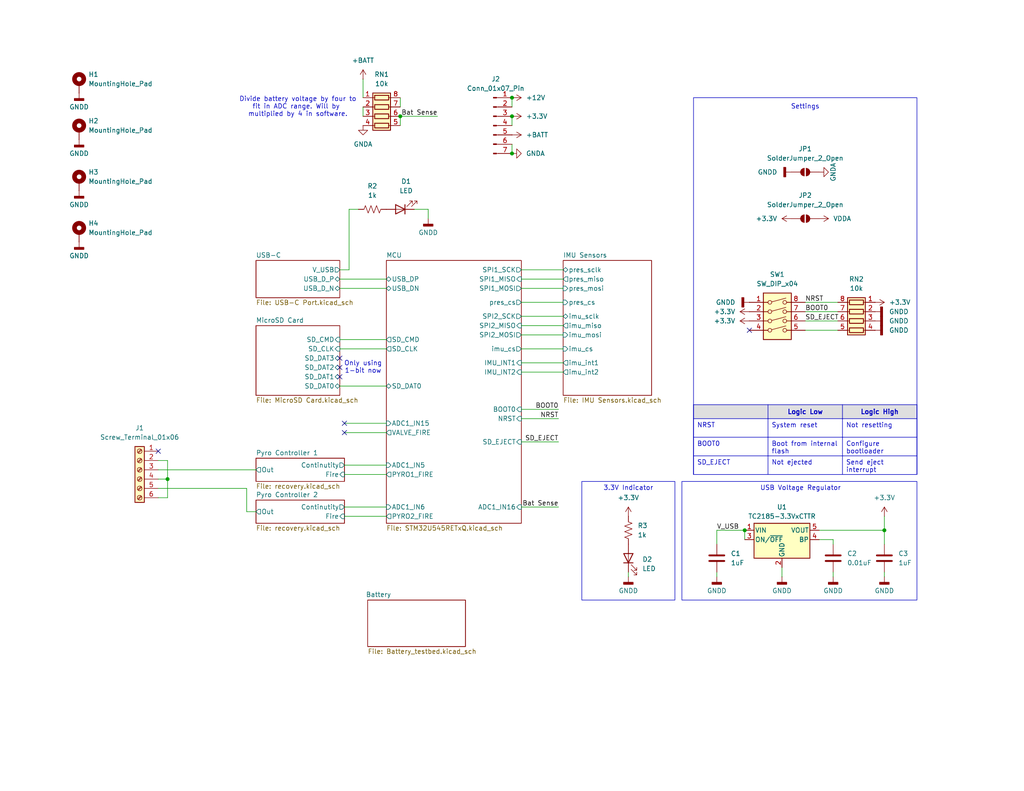
<source format=kicad_sch>
(kicad_sch (version 20250114) (generator "eeschema") (generator_version "9.0")
  (paper "USLetter")
  (title_block (title "Control Module Testbed") (date "2025-10-16") (rev "1.5") (company "Rowan Rocketry"))
  (lib_symbols
    (symbol "Connector:Conn_01x07_Pin" (pin_names (offset 1.016) (hide yes))
      (property "Reference" "J" (at 0 10.16 0))
      (property "Value" "Conn_01x07_Pin" (at 0 -10.16 0))
      (symbol "Conn_01x07_Pin_1_1"
        (rectangle (start 0.8636 7.747) (end 0 7.493) (stroke (width 0.1524)) (fill (type outline)))
        (rectangle (start 0.8636 5.207) (end 0 4.953) (stroke (width 0.1524)) (fill (type outline)))
        (rectangle (start 0.8636 2.667) (end 0 2.413) (stroke (width 0.1524)) (fill (type outline)))
        (rectangle (start 0.8636 0.127) (end 0 -0.127) (stroke (width 0.1524)) (fill (type outline)))
        (rectangle (start 0.8636 -2.413) (end 0 -2.667) (stroke (width 0.1524)) (fill (type outline)))
        (rectangle (start 0.8636 -4.953) (end 0 -5.207) (stroke (width 0.1524)) (fill (type outline)))
        (rectangle (start 0.8636 -7.493) (end 0 -7.747) (stroke (width 0.1524)) (fill (type outline)))
        (polyline (pts (xy 1.27 7.62) (xy 0.8636 7.62)) (stroke (width 0.1524)))
        (polyline (pts (xy 1.27 5.08) (xy 0.8636 5.08)) (stroke (width 0.1524)))
        (polyline (pts (xy 1.27 2.54) (xy 0.8636 2.54)) (stroke (width 0.1524)))
        (polyline (pts (xy 1.27 0) (xy 0.8636 0)) (stroke (width 0.1524)))
        (polyline (pts (xy 1.27 -2.54) (xy 0.8636 -2.54)) (stroke (width 0.1524)))
        (polyline (pts (xy 1.27 -5.08) (xy 0.8636 -5.08)) (stroke (width 0.1524)))
        (polyline (pts (xy 1.27 -7.62) (xy 0.8636 -7.62)) (stroke (width 0.1524)))
        (pin passive line (at 5.08 7.62 180) (length 3.81) (name "Pin_1") (number "1"))
        (pin passive line (at 5.08 5.08 180) (length 3.81) (name "Pin_2") (number "2"))
        (pin passive line (at 5.08 2.54 180) (length 3.81) (name "Pin_3") (number "3"))
        (pin passive line (at 5.08 0 180) (length 3.81) (name "Pin_4") (number "4"))
        (pin passive line (at 5.08 -2.54 180) (length 3.81) (name "Pin_5") (number "5"))
        (pin passive line (at 5.08 -5.08 180) (length 3.81) (name "Pin_6") (number "6"))
        (pin passive line (at 5.08 -7.62 180) (length 3.81) (name "Pin_7") (number "7"))
      )
    )
    (symbol "Connector:Screw_Terminal_01x06" (pin_names (offset 1.016) (hide yes))
      (property "Reference" "J" (at 0 7.62 0))
      (property "Value" "Screw_Terminal_01x06" (at 0 -10.16 0))
      (symbol "Screw_Terminal_01x06_1_1"
        (rectangle (start -1.27 6.35) (end 1.27 -8.89) (stroke (width 0.254)) (fill (type background)))
        (polyline (pts (xy -0.5334 5.4102) (xy 0.3302 4.572)) (stroke (width 0.1524)))
        (polyline (pts (xy -0.5334 2.8702) (xy 0.3302 2.032)) (stroke (width 0.1524)))
        (polyline (pts (xy -0.5334 0.3302) (xy 0.3302 -0.508)) (stroke (width 0.1524)))
        (polyline (pts (xy -0.5334 -2.2098) (xy 0.3302 -3.048)) (stroke (width 0.1524)))
        (polyline (pts (xy -0.5334 -4.7498) (xy 0.3302 -5.588)) (stroke (width 0.1524)))
        (polyline (pts (xy -0.5334 -7.2898) (xy 0.3302 -8.128)) (stroke (width 0.1524)))
        (polyline (pts (xy -0.3556 5.588) (xy 0.508 4.7498)) (stroke (width 0.1524)))
        (polyline (pts (xy -0.3556 3.048) (xy 0.508 2.2098)) (stroke (width 0.1524)))
        (polyline (pts (xy -0.3556 0.508) (xy 0.508 -0.3302)) (stroke (width 0.1524)))
        (polyline (pts (xy -0.3556 -2.032) (xy 0.508 -2.8702)) (stroke (width 0.1524)))
        (polyline (pts (xy -0.3556 -4.572) (xy 0.508 -5.4102)) (stroke (width 0.1524)))
        (polyline (pts (xy -0.3556 -7.112) (xy 0.508 -7.9502)) (stroke (width 0.1524)))
        (circle (center 0 5.08) (radius 0.635) (stroke (width 0.1524)))
        (circle (center 0 2.54) (radius 0.635) (stroke (width 0.1524)))
        (circle (center 0 0) (radius 0.635) (stroke (width 0.1524)))
        (circle (center 0 -2.54) (radius 0.635) (stroke (width 0.1524)))
        (circle (center 0 -5.08) (radius 0.635) (stroke (width 0.1524)))
        (circle (center 0 -7.62) (radius 0.635) (stroke (width 0.1524)))
        (pin passive line (at -5.08 5.08 0) (length 3.81) (name "Pin_1") (number "1"))
        (pin passive line (at -5.08 2.54 0) (length 3.81) (name "Pin_2") (number "2"))
        (pin passive line (at -5.08 0 0) (length 3.81) (name "Pin_3") (number "3"))
        (pin passive line (at -5.08 -2.54 0) (length 3.81) (name "Pin_4") (number "4"))
        (pin passive line (at -5.08 -5.08 0) (length 3.81) (name "Pin_5") (number "5"))
        (pin passive line (at -5.08 -7.62 0) (length 3.81) (name "Pin_6") (number "6"))
      )
    )
    (symbol "Device:C" (pin_numbers (hide yes)) (pin_names (offset 0.254))
      (property "Reference" "C" (at 0.635 2.54 0))
      (property "Value" "C" (at 0.635 -2.54 0))
      (symbol "C_0_1"
        (polyline (pts (xy -2.032 0.762) (xy 2.032 0.762)) (stroke (width 0.508)))
        (polyline (pts (xy -2.032 -0.762) (xy 2.032 -0.762)) (stroke (width 0.508)))
      )
      (symbol "C_1_1"
        (pin passive line (at 0 3.81 270) (length 2.794) (name "~") (number "1"))
        (pin passive line (at 0 -3.81 90) (length 2.794) (name "~") (number "2"))
      )
    )
    (symbol "Device:LED" (pin_numbers (hide yes)) (pin_names (offset 1.016) (hide yes))
      (property "Reference" "D" (at 0 2.54 0))
      (property "Value" "LED" (at 0 -2.54 0))
      (symbol "LED_0_1"
        (polyline (pts (xy -3.048 -0.762) (xy -4.572 -2.286) (xy -3.81 -2.286) (xy -4.572 -2.286) (xy -4.572 -1.524)))
        (polyline (pts (xy -1.778 -0.762) (xy -3.302 -2.286) (xy -2.54 -2.286) (xy -3.302 -2.286) (xy -3.302 -1.524)))
        (polyline (pts (xy -1.27 0) (xy 1.27 0)))
        (polyline (pts (xy -1.27 -1.27) (xy -1.27 1.27)) (stroke (width 0.254)))
        (polyline (pts (xy 1.27 -1.27) (xy 1.27 1.27) (xy -1.27 0) (xy 1.27 -1.27)) (stroke (width 0.254)))
      )
      (symbol "LED_1_1"
        (pin passive line (at -3.81 0 0) (length 2.54) (name "K") (number "1"))
        (pin passive line (at 3.81 0 180) (length 2.54) (name "A") (number "2"))
      )
    )
    (symbol "Device:R_Pack04" (pin_names (offset 0) (hide yes))
      (property "Reference" "RN" (at -7.62 0 90))
      (property "Value" "R_Pack04" (at 5.08 0 90))
      (symbol "R_Pack04_0_1"
        (rectangle (start -6.35 -2.413) (end 3.81 2.413) (stroke (width 0.254)) (fill (type background)))
        (rectangle (start -5.715 1.905) (end -4.445 -1.905) (stroke (width 0.254)))
        (polyline (pts (xy -5.08 1.905) (xy -5.08 2.54)))
        (polyline (pts (xy -5.08 -2.54) (xy -5.08 -1.905)))
        (rectangle (start -3.175 1.905) (end -1.905 -1.905) (stroke (width 0.254)))
        (polyline (pts (xy -2.54 1.905) (xy -2.54 2.54)))
        (polyline (pts (xy -2.54 -2.54) (xy -2.54 -1.905)))
        (rectangle (start -0.635 1.905) (end 0.635 -1.905) (stroke (width 0.254)))
        (polyline (pts (xy 0 1.905) (xy 0 2.54)))
        (polyline (pts (xy 0 -2.54) (xy 0 -1.905)))
        (rectangle (start 1.905 1.905) (end 3.175 -1.905) (stroke (width 0.254)))
        (polyline (pts (xy 2.54 1.905) (xy 2.54 2.54)))
        (polyline (pts (xy 2.54 -2.54) (xy 2.54 -1.905)))
      )
      (symbol "R_Pack04_1_1"
        (pin passive line (at -5.08 5.08 270) (length 2.54) (name "R1.2") (number "8"))
        (pin passive line (at -5.08 -5.08 90) (length 2.54) (name "R1.1") (number "1"))
        (pin passive line (at -2.54 5.08 270) (length 2.54) (name "R2.2") (number "7"))
        (pin passive line (at -2.54 -5.08 90) (length 2.54) (name "R2.1") (number "2"))
        (pin passive line (at 0 5.08 270) (length 2.54) (name "R3.2") (number "6"))
        (pin passive line (at 0 -5.08 90) (length 2.54) (name "R3.1") (number "3"))
        (pin passive line (at 2.54 5.08 270) (length 2.54) (name "R4.2") (number "5"))
        (pin passive line (at 2.54 -5.08 90) (length 2.54) (name "R4.1") (number "4"))
      )
    )
    (symbol "Device:R_US" (pin_numbers (hide yes)) (pin_names (offset 0))
      (property "Reference" "R" (at 2.54 0 90))
      (property "Value" "R_US" (at -2.54 0 90))
      (symbol "R_US_0_1"
        (polyline (pts (xy 0 2.286) (xy 0 2.54)))
        (polyline (pts (xy 0 2.286) (xy 1.016 1.905) (xy 0 1.524) (xy -1.016 1.143) (xy 0 0.762)))
        (polyline (pts (xy 0 0.762) (xy 1.016 0.381) (xy 0 0) (xy -1.016 -0.381) (xy 0 -0.762)))
        (polyline (pts (xy 0 -0.762) (xy 1.016 -1.143) (xy 0 -1.524) (xy -1.016 -1.905) (xy 0 -2.286)))
        (polyline (pts (xy 0 -2.286) (xy 0 -2.54)))
      )
      (symbol "R_US_1_1"
        (pin passive line (at 0 3.81 270) (length 1.27) (name "~") (number "1"))
        (pin passive line (at 0 -3.81 90) (length 1.27) (name "~") (number "2"))
      )
    )
    (symbol "Jumper:SolderJumper_2_Open" (pin_numbers (hide yes)) (pin_names (offset 0) (hide yes)) (in_bom no)
      (property "Reference" "JP" (at 0 2.032 0))
      (property "Value" "SolderJumper_2_Open" (at 0 -2.54 0))
      (symbol "SolderJumper_2_Open_0_1"
        (polyline (pts (xy -0.254 1.016) (xy -0.254 -1.016)))
        (arc (start -0.254 -1.016) (mid -1.2656 0) (end -0.254 1.016))
        (arc (start -0.254 -1.016) (mid -1.2656 0) (end -0.254 1.016) (fill (type outline)))
        (arc (start 0.254 1.016) (mid 1.2656 0) (end 0.254 -1.016))
        (arc (start 0.254 1.016) (mid 1.2656 0) (end 0.254 -1.016) (fill (type outline)))
        (polyline (pts (xy 0.254 1.016) (xy 0.254 -1.016)))
      )
      (symbol "SolderJumper_2_Open_1_1"
        (pin passive line (at -3.81 0 0) (length 2.54) (name "A") (number "1"))
        (pin passive line (at 3.81 0 180) (length 2.54) (name "B") (number "2"))
      )
    )
    (symbol "Mechanical:MountingHole_Pad" (pin_numbers (hide yes)) (pin_names (offset 1.016) (hide yes)) (exclude_from_sim yes) (in_bom no)
      (property "Reference" "H" (at 0 6.35 0))
      (property "Value" "MountingHole_Pad" (at 0 4.445 0))
      (symbol "MountingHole_Pad_0_1"
        (circle (center 0 1.27) (radius 1.27) (stroke (width 1.27)))
      )
      (symbol "MountingHole_Pad_1_1"
        (pin input line (at 0 -2.54 90) (length 2.54) (name "1") (number "1"))
      )
    )
    (symbol "Regulator_Linear:TC2185-3.3VxCTTR" (pin_names (offset 0.254))
      (property "Reference" "U" (at -6.35 5.715 0))
      (property "Value" "TC2185-3.3VxCTTR" (at 0 5.715 0))
      (symbol "TC2185-3.3VxCTTR_0_1"
        (rectangle (start -7.62 -5.08) (end 7.62 4.445) (stroke (width 0.254)) (fill (type background)))
      )
      (symbol "TC2185-3.3VxCTTR_1_1"
        (pin power_in line (at -10.16 2.54 0) (length 2.54) (name "VIN") (number "1"))
        (pin input line (at -10.16 0 0) (length 2.54) (name "ON/~{OFF}") (number "3"))
        (pin power_in line (at 0 -7.62 90) (length 2.54) (name "GND") (number "2"))
        (pin power_out line (at 10.16 2.54 180) (length 2.54) (name "VOUT") (number "5"))
        (pin input line (at 10.16 0 180) (length 2.54) (name "BP") (number "4"))
      )
    )
    (symbol "Switch:SW_DIP_x04" (pin_names (offset 0) (hide yes))
      (property "Reference" "SW" (at 0 8.89 0))
      (property "Value" "SW_DIP_x04" (at 0 -6.35 0))
      (symbol "SW_DIP_x04_0_0"
        (circle (center -2.032 5.08) (radius 0.508))
        (circle (center -2.032 2.54) (radius 0.508))
        (circle (center -2.032 0) (radius 0.508))
        (circle (center -2.032 -2.54) (radius 0.508))
        (polyline (pts (xy -1.524 5.207) (xy 2.3622 6.2484)))
        (polyline (pts (xy -1.524 2.667) (xy 2.3622 3.7084)))
        (polyline (pts (xy -1.524 0.127) (xy 2.3622 1.1684)))
        (polyline (pts (xy -1.524 -2.3876) (xy 2.3622 -1.3462)))
        (circle (center 2.032 5.08) (radius 0.508))
        (circle (center 2.032 2.54) (radius 0.508))
        (circle (center 2.032 0) (radius 0.508))
        (circle (center 2.032 -2.54) (radius 0.508))
      )
      (symbol "SW_DIP_x04_0_1"
        (rectangle (start -3.81 7.62) (end 3.81 -5.08) (stroke (width 0.254)) (fill (type background)))
      )
      (symbol "SW_DIP_x04_1_1"
        (pin passive line (at -7.62 5.08 0) (length 5.08) (name "~") (number "1"))
        (pin passive line (at -7.62 2.54 0) (length 5.08) (name "~") (number "2"))
        (pin passive line (at -7.62 0 0) (length 5.08) (name "~") (number "3"))
        (pin passive line (at -7.62 -2.54 0) (length 5.08) (name "~") (number "4"))
        (pin passive line (at 7.62 5.08 180) (length 5.08) (name "~") (number "8"))
        (pin passive line (at 7.62 2.54 180) (length 5.08) (name "~") (number "7"))
        (pin passive line (at 7.62 0 180) (length 5.08) (name "~") (number "6"))
        (pin passive line (at 7.62 -2.54 180) (length 5.08) (name "~") (number "5"))
      )
    )
    (symbol "power:+12V" (power) (pin_numbers (hide yes)) (pin_names (offset 0) (hide yes))
      (property "Value" "+12V" (at 0 3.556 0))
      (symbol "+12V_0_1"
        (polyline (pts (xy -0.762 1.27) (xy 0 2.54)))
        (polyline (pts (xy 0 2.54) (xy 0.762 1.27)))
        (polyline (pts (xy 0 0) (xy 0 2.54)))
      )
      (symbol "+12V_1_1"
        (pin power_in line (at 0 0 90) (length 0) (name "~") (number "1"))
      )
    )
    (symbol "power:+3.3V" (power) (pin_numbers (hide yes)) (pin_names (offset 0) (hide yes))
      (property "Value" "+3.3V" (at 0 3.556 0))
      (symbol "+3.3V_0_1"
        (polyline (pts (xy -0.762 1.27) (xy 0 2.54)))
        (polyline (pts (xy 0 2.54) (xy 0.762 1.27)))
        (polyline (pts (xy 0 0) (xy 0 2.54)))
      )
      (symbol "+3.3V_1_1"
        (pin power_in line (at 0 0 90) (length 0) (name "~") (number "1"))
      )
    )
    (symbol "power:+BATT" (power) (pin_numbers (hide yes)) (pin_names (offset 0) (hide yes))
      (property "Value" "+BATT" (at 0 3.556 0))
      (symbol "+BATT_0_1"
        (polyline (pts (xy -0.762 1.27) (xy 0 2.54)))
        (polyline (pts (xy 0 2.54) (xy 0.762 1.27)))
        (polyline (pts (xy 0 0) (xy 0 2.54)))
      )
      (symbol "+BATT_1_1"
        (pin power_in line (at 0 0 90) (length 0) (name "~") (number "1"))
      )
    )
    (symbol "power:GNDA" (power) (pin_numbers (hide yes)) (pin_names (offset 0) (hide yes))
      (property "Value" "GNDA" (at 0 -3.81 0))
      (symbol "GNDA_0_1"
        (polyline (pts (xy 0 0) (xy 0 -1.27) (xy 1.27 -1.27) (xy 0 -2.54) (xy -1.27 -1.27) (xy 0 -1.27)))
      )
      (symbol "GNDA_1_1"
        (pin power_in line (at 0 0 270) (length 0) (name "~") (number "1"))
      )
    )
    (symbol "power:GNDD" (power) (pin_numbers (hide yes)) (pin_names (offset 0) (hide yes))
      (property "Value" "GNDD" (at 0 -3.175 0))
      (symbol "GNDD_0_1"
        (rectangle (start -1.27 -1.524) (end 1.27 -2.032) (stroke (width 0.254)) (fill (type outline)))
        (polyline (pts (xy 0 0) (xy 0 -1.524)))
      )
      (symbol "GNDD_1_1"
        (pin power_in line (at 0 0 270) (length 0) (name "~") (number "1"))
      )
    )
    (symbol "power:VDDA" (power) (pin_numbers (hide yes)) (pin_names (offset 0) (hide yes))
      (property "Value" "VDDA" (at 0 3.556 0))
      (symbol "VDDA_0_1"
        (polyline (pts (xy -0.762 1.27) (xy 0 2.54)))
        (polyline (pts (xy 0 2.54) (xy 0.762 1.27)))
        (polyline (pts (xy 0 0) (xy 0 2.54)))
      )
      (symbol "VDDA_1_1"
        (pin power_in line (at 0 0 90) (length 0) (name "~") (number "1"))
      )
    )
  )
  (rectangle (start 158.75 131.445) (end 184.15 163.83))
  (rectangle (start 189.23 26.67) (end 250.19 129.54))
  (rectangle (start 186.055 131.445) (end 250.19 163.83))
  (text "Settings" (at 219.71 29.21 0) (effects (font (size 1.27 1.27))))
  (text "Divide battery voltage by four to\nfit in ADC range. Will by \nmultiplied by 4 in software." (at 81.28 29.21 0) (effects (font (size 1.27 1.27))))
  (text "3.3V Indicator" (at 171.45 133.35 0) (effects (font (size 1.27 1.27))))
  (text "Only using\n1-bit now" (at 99.06 100.33 0) (effects (font (size 1.27 1.27))))
  (text "USB Voltage Regulator" (at 218.44 133.35 0) (effects (font (size 1.27 1.27))))
  (junction (at 139.7 26.67))
  (junction (at 203.2 144.78))
  (junction (at 139.7 41.91))
  (junction (at 45.72 130.81))
  (junction (at 139.7 31.75))
  (junction (at 241.3 144.78))
  (junction (at 109.22 31.75))
  (no_connect (at 92.71 100.33))
  (no_connect (at 93.98 115.57))
  (no_connect (at 92.71 97.79))
  (no_connect (at 92.71 102.87))
  (no_connect (at 93.98 118.11))
  (no_connect (at 43.18 123.19))
  (no_connect (at 204.47 90.17))
  (wire (pts (xy 142.24 86.36) (xy 153.67 86.36)))
  (wire (pts (xy 67.31 139.7) (xy 67.31 133.35)))
  (wire (pts (xy 116.84 59.69) (xy 116.84 57.15)))
  (wire (pts (xy 213.36 157.48) (xy 213.36 154.94)))
  (wire (pts (xy 67.31 133.35) (xy 43.18 133.35)))
  (wire (pts (xy 45.72 135.89) (xy 45.72 130.81)))
  (wire (pts (xy 92.71 105.41) (xy 105.41 105.41)))
  (wire (pts (xy 142.24 91.44) (xy 153.67 91.44)))
  (wire (pts (xy 241.3 156.21) (xy 241.3 157.48)))
  (wire (pts (xy 241.3 140.97) (xy 241.3 144.78)))
  (wire (pts (xy 223.52 147.32) (xy 227.33 147.32)))
  (wire (pts (xy 92.71 78.74) (xy 105.41 78.74)))
  (wire (pts (xy 93.98 129.54) (xy 105.41 129.54)))
  (wire (pts (xy 219.71 87.63) (xy 228.6 87.63)))
  (wire (pts (xy 241.3 144.78) (xy 241.3 148.59)))
  (wire (pts (xy 195.58 148.59) (xy 195.58 144.78)))
  (wire (pts (xy 195.58 144.78) (xy 203.2 144.78)))
  (wire (pts (xy 152.4 111.76) (xy 142.24 111.76)))
  (wire (pts (xy 43.18 130.81) (xy 45.72 130.81)))
  (wire (pts (xy 142.24 76.2) (xy 153.67 76.2)))
  (wire (pts (xy 69.85 139.7) (xy 67.31 139.7)))
  (wire (pts (xy 219.71 90.17) (xy 228.6 90.17)))
  (wire (pts (xy 139.7 26.67) (xy 139.7 29.21)))
  (wire (pts (xy 227.33 147.32) (xy 227.33 148.59)))
  (wire (pts (xy 43.18 135.89) (xy 45.72 135.89)))
  (wire (pts (xy 152.4 138.43) (xy 142.24 138.43)))
  (wire (pts (xy 92.71 76.2) (xy 105.41 76.2)))
  (wire (pts (xy 93.98 138.43) (xy 105.41 138.43)))
  (wire (pts (xy 219.71 82.55) (xy 228.6 82.55)))
  (wire (pts (xy 43.18 125.73) (xy 45.72 125.73)))
  (wire (pts (xy 219.71 85.09) (xy 228.6 85.09)))
  (wire (pts (xy 109.22 26.67) (xy 109.22 29.21)))
  (wire (pts (xy 142.24 73.66) (xy 153.67 73.66)))
  (wire (pts (xy 142.24 101.6) (xy 153.67 101.6)))
  (wire (pts (xy 142.24 82.55) (xy 153.67 82.55)))
  (wire (pts (xy 92.71 95.25) (xy 105.41 95.25)))
  (wire (pts (xy 116.84 57.15) (xy 113.03 57.15)))
  (wire (pts (xy 93.98 115.57) (xy 105.41 115.57)))
  (wire (pts (xy 227.33 157.48) (xy 227.33 156.21)))
  (wire (pts (xy 95.25 57.15) (xy 95.25 73.66)))
  (wire (pts (xy 97.79 57.15) (xy 95.25 57.15)))
  (wire (pts (xy 92.71 73.66) (xy 95.25 73.66)))
  (wire (pts (xy 45.72 130.81) (xy 45.72 125.73)))
  (wire (pts (xy 93.98 118.11) (xy 105.41 118.11)))
  (wire (pts (xy 142.24 78.74) (xy 153.67 78.74)))
  (wire (pts (xy 171.45 157.48) (xy 171.45 156.21)))
  (wire (pts (xy 43.18 128.27) (xy 69.85 128.27)))
  (wire (pts (xy 195.58 156.21) (xy 195.58 157.48)))
  (wire (pts (xy 152.4 114.3) (xy 142.24 114.3)))
  (wire (pts (xy 99.06 29.21) (xy 99.06 31.75)))
  (wire (pts (xy 99.06 21.59) (xy 99.06 26.67)))
  (wire (pts (xy 92.71 92.71) (xy 105.41 92.71)))
  (wire (pts (xy 142.24 95.25) (xy 153.67 95.25)))
  (wire (pts (xy 93.98 140.97) (xy 105.41 140.97)))
  (wire (pts (xy 223.52 144.78) (xy 241.3 144.78)))
  (wire (pts (xy 203.2 144.78) (xy 203.2 147.32)))
  (wire (pts (xy 109.22 31.75) (xy 109.22 34.29)))
  (wire (pts (xy 142.24 99.06) (xy 153.67 99.06)))
  (wire (pts (xy 152.4 120.65) (xy 142.24 120.65)))
  (wire (pts (xy 139.7 31.75) (xy 139.7 34.29)))
  (wire (pts (xy 142.24 88.9) (xy 153.67 88.9)))
  (wire (pts (xy 93.98 127) (xy 105.41 127)))
  (wire (pts (xy 109.22 31.75) (xy 119.38 31.75)))
  (wire (pts (xy 139.7 41.91) (xy 139.7 39.37)))
  (table (column_count 3) (border (external yes) (header yes)) (separators (rows yes) (cols yes)) (column_widths 20.32 20.32 20.32) (row_heights 3.81 5.08 5.08 5.08) (cells (table_cell "" (at 189.23 110.49 0) (size 20.32 3.81) (margins 0.9525 0.9525 0.9525 0.9525) (span 1 1) (fill (type color) (color 0 0 0 0.1254901961))) (table_cell "Logic Low" (at 209.55 110.49 0) (size 20.32 3.81) (margins 0.9525 0.9525 0.9525 0.9525) (span 1 1) (fill (type color) (color 0 0 0 0.1254901961))) (table_cell "Logic High" (at 229.87 110.49 0) (size 20.32 3.81) (margins 0.9525 0.9525 0.9525 0.9525) (span 1 1) (fill (type color) (color 0 0 0 0.1254901961))) (table_cell "NRST" (at 189.23 114.3 0) (size 20.32 5.08) (margins 0.9525 0.9525 0.9525 0.9525) (span 1 1)) (table_cell "System reset" (at 209.55 114.3 0) (size 20.32 5.08) (margins 0.9525 0.9525 0.9525 0.9525) (span 1 1)) (table_cell "Not resetting" (at 229.87 114.3 0) (size 20.32 5.08) (margins 0.9525 0.9525 0.9525 0.9525) (span 1 1)) (table_cell "BOOT0" (at 189.23 119.38 0) (size 20.32 5.08) (margins 0.9525 0.9525 0.9525 0.9525) (span 1 1)) (table_cell "Boot from internal flash" (at 209.55 119.38 0) (size 20.32 5.08) (margins 0.9525 0.9525 0.9525 0.9525) (span 1 1)) (table_cell "Configure bootloader" (at 229.87 119.38 0) (size 20.32 5.08) (margins 0.9525 0.9525 0.9525 0.9525) (span 1 1)) (table_cell "SD_EJECT" (at 189.23 124.46 0) (size 20.32 5.08) (margins 0.9525 0.9525 0.9525 0.9525) (span 1 1)) (table_cell "Not ejected" (at 209.55 124.46 0) (size 20.32 5.08) (margins 0.9525 0.9525 0.9525 0.9525) (span 1 1)) (table_cell "Send eject interrupt" (at 229.87 124.46 0) (size 20.32 5.08) (margins 0.9525 0.9525 0.9525 0.9525) (span 1 1))))
  (label "Bat Sense" (at 119.38 31.75 180))
  (label "SD_EJECT" (at 219.71 87.63 0))
  (label "SD_EJECT" (at 152.4 120.65 180))
  (label "NRST" (at 152.4 114.3 180))
  (label "V_USB" (at 195.58 144.78 0))
  (label "BOOT0" (at 219.71 85.09 0))
  (label "NRST" (at 219.71 82.55 0))
  (label "BOOT0" (at 152.4 111.76 180))
  (label "Bat Sense" (at 152.4 138.43 180))
  (symbol (lib_id "power:GNDA") (at 99.06 34.29 0) (unit 1)
    (property "Reference" "#PWR07" (effects (hide yes)))
    (property "Value" "GNDA" (at 99.06 39.37 0))
    (property "Description" "Power symbol creates a global label with name \"GNDA\" , analog ground" (effects (hide yes)))
  )
  (symbol (lib_id "Mechanical:MountingHole_Pad") (at 21.59 49.53 0) (unit 1) (exclude_from_sim yes) (in_bom no)
    (property "Reference" "H3" (at 24.13 46.9899 0) (effects (justify left)))
    (property "Value" "MountingHole_Pad" (at 24.13 49.5299 0) (effects (justify left)))
    (property "Footprint" "MountingHole:MountingHole_3.2mm_M3_Pad_Via" (effects (hide yes)))
    (property "Description" "Mounting Hole with connection" (effects (hide yes)))
  )
  (symbol (lib_id "Device:R_Pack04") (at 104.14 31.75 270) (unit 1)
    (property "Reference" "RN1" (at 104.14 20.32 90))
    (property "Value" "10k" (at 104.14 22.86 90))
    (property "Footprint" "Resistor_SMD:R_Array_Convex_4x0612" (effects (hide yes)))
    (property "Datasheet" "https://www.vishay.com/docs/28751/acasprec.pdf" (effects (hide yes)))
    (property "Description" "4 resistor network, parallel topology" (effects (hide yes)))
  )
  (symbol (lib_id "power:GNDD") (at 21.59 66.04 0) (unit 1)
    (property "Reference" "#PWR04" (effects (hide yes)))
    (property "Value" "GNDD" (at 21.59 69.85 0))
    (property "Description" "Power symbol creates a global label with name \"GNDD\" , digital ground" (effects (hide yes)))
  )
  (symbol (lib_id "power:GNDD") (at 241.3 157.48 0) (unit 1)
    (property "Reference" "#PWR015" (effects (hide yes)))
    (property "Value" "GNDD" (at 241.3 161.29 0))
    (property "Description" "Power symbol creates a global label with name \"GNDD\" , digital ground" (effects (hide yes)))
  )
  (symbol (lib_id "Mechanical:MountingHole_Pad") (at 21.59 22.86 0) (unit 1) (exclude_from_sim yes) (in_bom no)
    (property "Reference" "H1" (at 24.13 20.3199 0) (effects (justify left)))
    (property "Value" "MountingHole_Pad" (at 24.13 22.8599 0) (effects (justify left)))
    (property "Footprint" "MountingHole:MountingHole_3.2mm_M3_Pad_Via" (effects (hide yes)))
    (property "Description" "Mounting Hole with connection" (effects (hide yes)))
  )
  (symbol (lib_id "power:GNDD") (at 238.76 87.63 90) (unit 1)
    (property "Reference" "#PWR028" (effects (hide yes)))
    (property "Value" "GNDD" (at 242.57 87.6299 90) (effects (justify right)))
    (property "Description" "Power symbol creates a global label with name \"GNDD\" , digital ground" (effects (hide yes)))
  )
  (symbol (lib_id "power:+3.3V") (at 204.47 87.63 90) (unit 1)
    (property "Reference" "#PWR025" (effects (hide yes)))
    (property "Value" "+3.3V" (at 200.66 87.6299 90) (effects (justify left)))
    (property "Description" "Power symbol creates a global label with name \"+3.3V\"" (effects (hide yes)))
  )
  (symbol (lib_id "power:GNDD") (at 21.59 25.4 0) (unit 1)
    (property "Reference" "#PWR01" (effects (hide yes)))
    (property "Value" "GNDD" (at 21.59 29.21 0))
    (property "Description" "Power symbol creates a global label with name \"GNDD\" , digital ground" (effects (hide yes)))
  )
  (symbol (lib_id "power:GNDD") (at 204.47 82.55 270) (unit 1)
    (property "Reference" "#PWR023" (effects (hide yes)))
    (property "Value" "GNDD" (at 200.66 82.5499 90) (effects (justify right)))
    (property "Description" "Power symbol creates a global label with name \"GNDD\" , digital ground" (effects (hide yes)))
  )
  (symbol (lib_id "power:GNDD") (at 238.76 90.17 90) (unit 1)
    (property "Reference" "#PWR069" (effects (hide yes)))
    (property "Value" "GNDD" (at 242.57 90.1699 90) (effects (justify right)))
    (property "Description" "Power symbol creates a global label with name \"GNDD\" , digital ground" (effects (hide yes)))
  )
  (symbol (lib_id "Regulator_Linear:TC2185-3.3VxCTTR") (at 213.36 147.32 0) (unit 1)
    (property "Reference" "U1" (at 213.36 138.43 0))
    (property "Value" "TC2185-3.3VxCTTR" (at 213.36 140.97 0))
    (property "Footprint" "Package_TO_SOT_SMD:SOT-23-5" (effects (hide yes)))
    (property "Datasheet" "http://ww1.microchip.com/downloads/en/DeviceDoc/21662F.pdf" (effects (hide yes)))
    (property "Description" "3.3V 150mA CMOS LDO with Shutdown and Vref Bypass, SOT-23-5" (effects (hide yes)))
    (property "Purchase" "https://www.digikey.com/en/products/detail/microchip-technology/TC2185-3-3VCTTR/443217" (effects (hide yes)))
  )
  (symbol (lib_id "power:+12V") (at 139.7 26.67 270) (unit 1)
    (property "Reference" "#PWR016" (effects (hide yes)))
    (property "Value" "+12V" (at 143.51 26.6699 90) (effects (justify left)))
    (property "Description" "Power symbol creates a global label with name \"+12V\"" (effects (hide yes)))
  )
  (symbol (lib_id "power:+3.3V") (at 215.9 59.69 90) (unit 1)
    (property "Reference" "#PWR072" (effects (hide yes)))
    (property "Value" "+3.3V" (at 212.09 59.6899 90) (effects (justify left)))
    (property "Description" "Power symbol creates a global label with name \"+3.3V\"" (effects (hide yes)))
  )
  (symbol (lib_id "Mechanical:MountingHole_Pad") (at 21.59 63.5 0) (unit 1) (exclude_from_sim yes) (in_bom no)
    (property "Reference" "H4" (at 24.13 60.9599 0) (effects (justify left)))
    (property "Value" "MountingHole_Pad" (at 24.13 63.4999 0) (effects (justify left)))
    (property "Footprint" "MountingHole:MountingHole_3.2mm_M3_Pad_Via" (effects (hide yes)))
    (property "Description" "Mounting Hole with connection" (effects (hide yes)))
  )
  (symbol (lib_id "Device:LED") (at 109.22 57.15 180) (unit 1)
    (property "Reference" "D1" (at 110.8075 49.53 0))
    (property "Value" "LED" (at 110.8075 52.07 0))
    (property "Footprint" "LED_SMD:LED_0603_1608Metric" (effects (hide yes)))
    (property "Description" "Light emitting diode" (effects (hide yes)))
    (property "Sim.Pins" "1=K 2=A" (effects (hide yes)))
  )
  (symbol (lib_id "power:GNDD") (at 21.59 52.07 0) (unit 1)
    (property "Reference" "#PWR03" (effects (hide yes)))
    (property "Value" "GNDD" (at 21.59 55.88 0))
    (property "Description" "Power symbol creates a global label with name \"GNDD\" , digital ground" (effects (hide yes)))
  )
  (symbol (lib_id "power:+BATT") (at 99.06 21.59 0) (unit 1)
    (property "Reference" "#PWR09" (effects (hide yes)))
    (property "Value" "+BATT" (at 99.06 16.51 0))
    (property "Description" "Power symbol creates a global label with name \"+BATT\"" (effects (hide yes)))
  )
  (symbol (lib_id "Device:C") (at 227.33 152.4 0) (unit 1)
    (property "Reference" "C2" (at 231.14 151.1299 0) (effects (justify left)))
    (property "Value" "0.01uF" (at 231.14 153.6699 0) (effects (justify left)))
    (property "Footprint" "Capacitor_SMD:C_0603_1608Metric" (effects (hide yes)))
    (property "Description" "Unpolarized capacitor" (effects (hide yes)))
  )
  (symbol (lib_id "Connector:Conn_01x07_Pin") (at 134.62 34.29 0) (unit 1)
    (property "Reference" "J2" (at 135.255 21.59 0))
    (property "Value" "Conn_01x07_Pin" (at 135.255 24.13 0))
    (property "Footprint" "Connector_PinHeader_2.54mm:PinHeader_1x07_P2.54mm_Vertical" (effects (hide yes)))
    (property "Description" "Generic connector, single row, 01x07, script generated" (effects (hide yes)))
  )
  (symbol (lib_id "power:GNDD") (at 238.76 85.09 90) (unit 1)
    (property "Reference" "#PWR027" (effects (hide yes)))
    (property "Value" "GNDD" (at 242.57 85.0899 90) (effects (justify right)))
    (property "Description" "Power symbol creates a global label with name \"GNDD\" , digital ground" (effects (hide yes)))
  )
  (symbol (lib_id "Device:C") (at 241.3 152.4 0) (unit 1)
    (property "Reference" "C3" (at 245.11 151.1299 0) (effects (justify left)))
    (property "Value" "1uF" (at 245.11 153.6699 0) (effects (justify left)))
    (property "Footprint" "Capacitor_SMD:C_0603_1608Metric" (effects (hide yes)))
    (property "Description" "Unpolarized capacitor" (effects (hide yes)))
  )
  (symbol (lib_id "power:+3.3V") (at 171.45 140.97 0) (unit 1)
    (property "Reference" "#PWR019" (effects (hide yes)))
    (property "Value" "+3.3V" (at 171.45 135.89 0))
    (property "Description" "Power symbol creates a global label with name \"+3.3V\"" (effects (hide yes)))
  )
  (symbol (lib_id "Device:R_US") (at 171.45 144.78 0) (unit 1)
    (property "Reference" "R3" (at 173.99 143.5099 0) (effects (justify left)))
    (property "Value" "1k" (at 173.99 146.0499 0) (effects (justify left)))
    (property "Footprint" "Resistor_SMD:R_0603_1608Metric" (effects (hide yes)))
    (property "Description" "Resistor, US symbol" (effects (hide yes)))
  )
  (symbol (lib_id "Connector:Screw_Terminal_01x06") (at 38.1 128.27 0) (mirror y) (unit 1)
    (property "Reference" "J1" (at 38.1 116.84 0))
    (property "Value" "Screw_Terminal_01x06" (at 38.1 119.38 0))
    (property "Footprint" "TerminalBlock_Phoenix:TerminalBlock_Phoenix_MPT-0,5-6-2.54_1x06_P2.54mm_Horizontal" (effects (hide yes)))
    (property "Description" "Generic screw terminal, single row, 01x06, script generated (kicad-library-utils/schlib/autogen/connector/)" (effects (hide yes)))
  )
  (symbol (lib_id "power:+3.3V") (at 238.76 82.55 270) (unit 1)
    (property "Reference" "#PWR026" (effects (hide yes)))
    (property "Value" "+3.3V" (at 242.57 82.5499 90) (effects (justify left)))
    (property "Description" "Power symbol creates a global label with name \"+3.3V\"" (effects (hide yes)))
  )
  (symbol (lib_id "power:VDDA") (at 223.52 59.69 270) (unit 1)
    (property "Reference" "#PWR075" (effects (hide yes)))
    (property "Value" "VDDA" (at 227.33 59.6899 90) (effects (justify left)))
    (property "Description" "Power symbol creates a global label with name \"VDDA\"" (effects (hide yes)))
  )
  (symbol (lib_id "power:GNDD") (at 215.9 46.99 270) (unit 1)
    (property "Reference" "#PWR021" (effects (hide yes)))
    (property "Value" "GNDD" (at 212.09 46.9899 90) (effects (justify right)))
    (property "Description" "Power symbol creates a global label with name \"GNDD\" , digital ground" (effects (hide yes)))
  )
  (symbol (lib_id "power:GNDD") (at 213.36 157.48 0) (unit 1)
    (property "Reference" "#PWR011" (effects (hide yes)))
    (property "Value" "GNDD" (at 213.36 161.29 0))
    (property "Description" "Power symbol creates a global label with name \"GNDD\" , digital ground" (effects (hide yes)))
  )
  (symbol (lib_id "Mechanical:MountingHole_Pad") (at 21.59 35.56 0) (unit 1) (exclude_from_sim yes) (in_bom no)
    (property "Reference" "H2" (at 24.13 33.0199 0) (effects (justify left)))
    (property "Value" "MountingHole_Pad" (at 24.13 35.5599 0) (effects (justify left)))
    (property "Footprint" "MountingHole:MountingHole_3.2mm_M3_Pad_Via" (effects (hide yes)))
    (property "Description" "Mounting Hole with connection" (effects (hide yes)))
  )
  (symbol (lib_id "power:GNDD") (at 116.84 59.69 0) (unit 1)
    (property "Reference" "#PWR012" (effects (hide yes)))
    (property "Value" "GNDD" (at 116.84 63.5 0))
    (property "Description" "Power symbol creates a global label with name \"GNDD\" , digital ground" (effects (hide yes)))
  )
  (symbol (lib_id "power:+BATT") (at 139.7 36.83 270) (unit 1)
    (property "Reference" "#PWR010" (effects (hide yes)))
    (property "Value" "+BATT" (at 143.51 36.8299 90) (effects (justify left)))
    (property "Description" "Power symbol creates a global label with name \"+BATT\"" (effects (hide yes)))
  )
  (symbol (lib_id "power:GNDA") (at 139.7 41.91 90) (unit 1)
    (property "Reference" "#PWR018" (effects (hide yes)))
    (property "Value" "GNDA" (at 143.51 41.9099 90) (effects (justify right)))
    (property "Description" "Power symbol creates a global label with name \"GNDA\" , analog ground" (effects (hide yes)))
  )
  (symbol (lib_id "power:GNDD") (at 171.45 157.48 0) (unit 1)
    (property "Reference" "#PWR020" (effects (hide yes)))
    (property "Value" "GNDD" (at 171.45 161.29 0))
    (property "Description" "Power symbol creates a global label with name \"GNDD\" , digital ground" (effects (hide yes)))
  )
  (symbol (lib_id "Device:LED") (at 171.45 152.4 90) (unit 1)
    (property "Reference" "D2" (at 175.26 152.7174 90) (effects (justify right)))
    (property "Value" "LED" (at 175.26 155.2574 90) (effects (justify right)))
    (property "Footprint" "LED_SMD:LED_0603_1608Metric" (effects (hide yes)))
    (property "Description" "Light emitting diode" (effects (hide yes)))
    (property "Sim.Pins" "1=K 2=A" (effects (hide yes)))
  )
  (symbol (lib_id "Device:R_US") (at 101.6 57.15 90) (unit 1)
    (property "Reference" "R2" (at 101.6 50.8 90))
    (property "Value" "1k" (at 101.6 53.34 90))
    (property "Footprint" "Resistor_SMD:R_0603_1608Metric" (effects (hide yes)))
    (property "Description" "Resistor, US symbol" (effects (hide yes)))
  )
  (symbol (lib_id "power:+3.3V") (at 241.3 140.97 0) (unit 1)
    (property "Reference" "#PWR014" (effects (hide yes)))
    (property "Value" "+3.3V" (at 241.3 135.89 0))
    (property "Description" "Power symbol creates a global label with name \"+3.3V\"" (effects (hide yes)))
  )
  (symbol (lib_id "power:GNDD") (at 195.58 157.48 0) (unit 1)
    (property "Reference" "#PWR08" (effects (hide yes)))
    (property "Value" "GNDD" (at 195.58 161.29 0))
    (property "Description" "Power symbol creates a global label with name \"GNDD\" , digital ground" (effects (hide yes)))
  )
  (symbol (lib_id "power:+3.3V") (at 139.7 31.75 270) (unit 1)
    (property "Reference" "#PWR017" (effects (hide yes)))
    (property "Value" "+3.3V" (at 143.51 31.7499 90) (effects (justify left)))
    (property "Description" "Power symbol creates a global label with name \"+3.3V\"" (effects (hide yes)))
  )
  (symbol (lib_id "Device:C") (at 195.58 152.4 0) (unit 1)
    (property "Reference" "C1" (at 199.39 151.1299 0) (effects (justify left)))
    (property "Value" "1uF" (at 199.39 153.6699 0) (effects (justify left)))
    (property "Footprint" "Capacitor_SMD:C_0603_1608Metric" (effects (hide yes)))
    (property "Description" "Unpolarized capacitor" (effects (hide yes)))
  )
  (symbol (lib_id "Jumper:SolderJumper_2_Open") (at 219.71 59.69 0) (unit 1) (in_bom no)
    (property "Reference" "JP2" (at 219.71 53.34 0))
    (property "Value" "SolderJumper_2_Open" (at 219.71 55.88 0))
    (property "Footprint" "Jumper:SolderJumper-2_P1.3mm_Open_RoundedPad1.0x1.5mm" (effects (hide yes)))
    (property "Description" "Solder Jumper, 2-pole, open" (effects (hide yes)))
  )
  (symbol (lib_id "power:GNDA") (at 223.52 46.99 90) (unit 1)
    (property "Reference" "#PWR022" (effects (hide yes)))
    (property "Value" "GNDA" (at 227.33 46.99 0))
    (property "Description" "Power symbol creates a global label with name \"GNDA\" , analog ground" (effects (hide yes)))
  )
  (symbol (lib_id "Jumper:SolderJumper_2_Open") (at 219.71 46.99 0) (unit 1) (in_bom no)
    (property "Reference" "JP1" (at 219.71 40.64 0))
    (property "Value" "SolderJumper_2_Open" (at 219.71 43.18 0))
    (property "Footprint" "Jumper:SolderJumper-2_P1.3mm_Open_RoundedPad1.0x1.5mm" (effects (hide yes)))
    (property "Description" "Solder Jumper, 2-pole, open" (effects (hide yes)))
  )
  (symbol (lib_id "Switch:SW_DIP_x04") (at 212.09 87.63 0) (unit 1)
    (property "Reference" "SW1" (at 212.09 74.93 0))
    (property "Value" "SW_DIP_x04" (at 212.09 77.47 0))
    (property "Footprint" "Button_Switch_SMD:SW_DIP_SPSTx04_Slide_Copal_CHS-04A_W5.08mm_P1.27mm_JPin" (effects (hide yes)))
    (property "Description" "4x DIP Switch, Single Pole Single Throw (SPST) switch, small symbol" (effects (hide yes)))
  )
  (symbol (lib_id "power:+3.3V") (at 204.47 85.09 90) (unit 1)
    (property "Reference" "#PWR024" (effects (hide yes)))
    (property "Value" "+3.3V" (at 200.66 85.0899 90) (effects (justify left)))
    (property "Description" "Power symbol creates a global label with name \"+3.3V\"" (effects (hide yes)))
  )
  (symbol (lib_id "power:GNDD") (at 227.33 157.48 0) (unit 1)
    (property "Reference" "#PWR013" (effects (hide yes)))
    (property "Value" "GNDD" (at 227.33 161.29 0))
    (property "Description" "Power symbol creates a global label with name \"GNDD\" , digital ground" (effects (hide yes)))
  )
  (symbol (lib_id "power:GNDD") (at 21.59 38.1 0) (unit 1)
    (property "Reference" "#PWR02" (effects (hide yes)))
    (property "Value" "GNDD" (at 21.59 41.91 0))
    (property "Description" "Power symbol creates a global label with name \"GNDD\" , digital ground" (effects (hide yes)))
  )
  (symbol (lib_id "Device:R_Pack04") (at 233.68 87.63 90) (mirror x) (unit 1)
    (property "Reference" "RN2" (at 233.68 76.2 90))
    (property "Value" "10k" (at 233.68 78.74 90))
    (property "Footprint" "Resistor_SMD:R_Array_Convex_4x0612" (effects (hide yes)))
    (property "Datasheet" "https://www.vishay.com/docs/28751/acasprec.pdf" (effects (hide yes)))
    (property "Description" "4 resistor network, parallel topology" (effects (hide yes)))
  )
  (sheet (at 69.85 88.9) (size 22.86 19.05) (stroke (width 0.1524))
    (property "Sheetname" "MicroSD Card" (at 69.85 88.1884 0) (effects (justify left bottom)))
    (property "Sheetfile" "MicroSD Card.kicad_sch" (at 69.85 108.5346 0) (effects (justify left top)))
    (pin "SD_DAT3" bidirectional (at 92.71 97.79 0))
    (pin "SD_DAT1" bidirectional (at 92.71 102.87 0))
    (pin "SD_DAT2" bidirectional (at 92.71 100.33 0))
    (pin "SD_CMD" input (at 92.71 92.71 0))
    (pin "SD_CLK" input (at 92.71 95.25 0))
    (pin "SD_DAT0" bidirectional (at 92.71 105.41 0))
  )
  (sheet (at 69.85 136.525) (size 24.13 6.35) (stroke (width 0.1524))
    (property "Sheetname" "Pyro Controller 2" (at 69.85 135.8134 0) (effects (justify left bottom)))
    (property "Sheetfile" "recovery.kicad_sch" (at 69.85 143.4596 0) (effects (justify left top)))
    (pin "Continutity" output (at 93.98 138.43 0))
    (pin "Fire" input (at 93.98 140.97 0))
    (pin "Out" output (at 69.85 139.7 180))
  )
  (sheet (at 69.85 125.095) (size 24.13 6.35) (stroke (width 0.1524))
    (property "Sheetname" "Pyro Controller 1" (at 69.85 124.3834 0) (effects (justify left bottom)))
    (property "Sheetfile" "recovery.kicad_sch" (at 69.85 132.0296 0) (effects (justify left top)))
    (pin "Continutity" output (at 93.98 127 0))
    (pin "Fire" input (at 93.98 129.54 0))
    (pin "Out" output (at 69.85 128.27 180))
  )
  (sheet (at 100.33 163.83) (size 26.67 12.7) (stroke (width 0.1524))
    (property "Sheetname" "Battery" (at 99.822 163.068 0) (effects (justify left bottom)))
    (property "Sheetfile" "Battery_testbed.kicad_sch" (at 100.33 177.1146 0) (effects (justify left top)))
  )
  (sheet (at 105.41 71.12) (size 36.83 71.755) (stroke (width 0.1524))
    (property "Sheetname" "MCU" (at 105.41 70.4084 0) (effects (justify left bottom)))
    (property "Sheetfile" "STM32U545RETxQ.kicad_sch" (at 105.41 143.4596 0) (effects (justify left top)))
    (pin "USB_DP" bidirectional (at 105.41 76.2 180))
    (pin "SPI1_SCK" output (at 142.24 73.66 0))
    (pin "SPI1_MOSI" output (at 142.24 78.74 0))
    (pin "SPI2_SCK" output (at 142.24 86.36 0))
    (pin "USB_DN" bidirectional (at 105.41 78.74 180))
    (pin "SPI1_MISO" input (at 142.24 76.2 0))
    (pin "SPI2_MISO" input (at 142.24 88.9 0))
    (pin "SPI2_MOSI" output (at 142.24 91.44 0))
    (pin "IMU_INT2" input (at 142.24 101.6 0))
    (pin "IMU_INT1" input (at 142.24 99.06 0))
    (pin "SD_CMD" output (at 105.41 92.71 180))
    (pin "SD_CLK" output (at 105.41 95.25 180))
    (pin "SD_DAT0" bidirectional (at 105.41 105.41 180))
    (pin "imu_cs" output (at 142.24 95.25 0))
    (pin "pres_cs" output (at 142.24 82.55 0))
    (pin "BOOT0" input (at 142.24 111.76 0))
    (pin "NRST" input (at 142.24 114.3 0))
    (pin "SD_EJECT" input (at 142.24 120.65 0))
    (pin "ADC1_IN5" input (at 105.41 127 180))
    (pin "ADC1_IN6" input (at 105.41 138.43 180))
    (pin "ADC1_IN15" input (at 105.41 115.57 180))
    (pin "ADC1_IN16" input (at 142.24 138.43 0))
    (pin "PYRO1_FIRE" output (at 105.41 129.54 180))
    (pin "PYRO2_FIRE" output (at 105.41 140.97 180))
    (pin "VALVE_FIRE" output (at 105.41 118.11 180))
  )
  (sheet (at 153.67 71.12) (size 24.13 36.83) (stroke (width 0.1524))
    (property "Sheetname" "IMU Sensors" (at 153.67 70.4084 0) (effects (justify left bottom)))
    (property "Sheetfile" "IMU Sensors.kicad_sch" (at 153.67 108.5346 0) (effects (justify left top)))
    (pin "pres_cs" input (at 153.67 82.55 180))
    (pin "imu_int2" output (at 153.67 101.6 180))
    (pin "imu_mosi" input (at 153.67 91.44 180))
    (pin "pres_sclk" bidirectional (at 153.67 73.66 180))
    (pin "imu_int1" output (at 153.67 99.06 180))
    (pin "imu_cs" input (at 153.67 95.25 180))
    (pin "imu_miso" output (at 153.67 88.9 180))
    (pin "pres_mosi" input (at 153.67 78.74 180))
    (pin "imu_sclk" bidirectional (at 153.67 86.36 180))
    (pin "pres_miso" output (at 153.67 76.2 180))
  )
  (sheet (at 69.85 71.12) (size 22.86 10.16) (stroke (width 0.1524))
    (property "Sheetname" "USB-C" (at 69.85 70.4084 0) (effects (justify left bottom)))
    (property "Sheetfile" "USB-C Port.kicad_sch" (at 69.85 81.8646 0) (effects (justify left top)))
    (pin "USB_D_N" bidirectional (at 92.71 78.74 0))
    (pin "USB_D_P" bidirectional (at 92.71 76.2 0))
    (pin "V_USB" output (at 92.71 73.66 0))
  )
)
</source>
